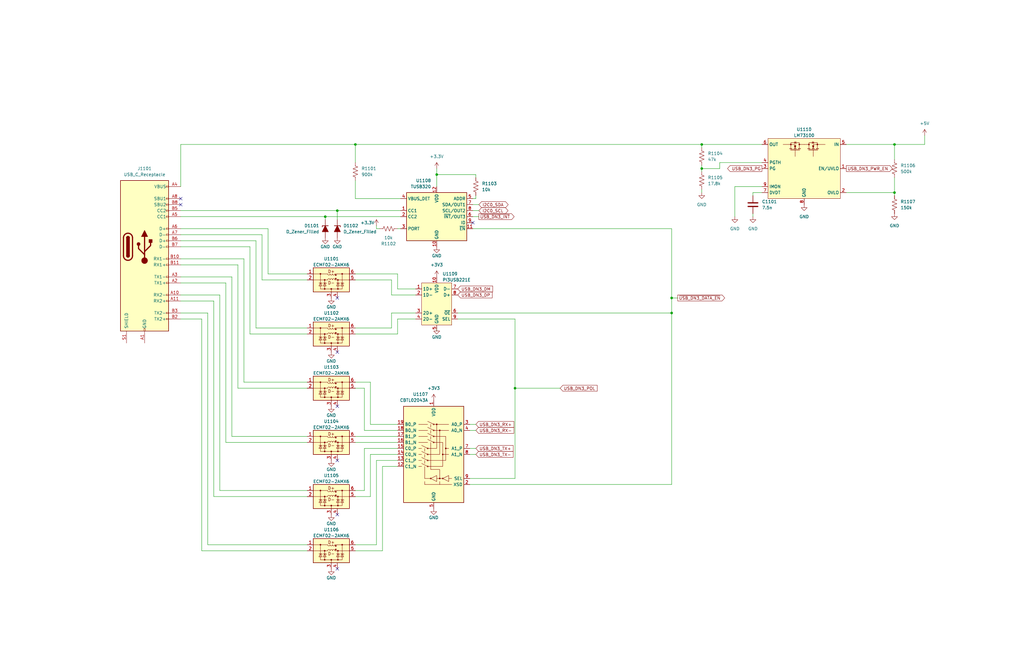
<source format=kicad_sch>
(kicad_sch (version 20230121) (generator eeschema)
  (paper "USLedger")
  (title_block (title "ErgoDUE") (date "2024-01-15") (rev "V0.1") (company "Alessandro Rizzoni") (comment 1 "SCHEMATIC") (comment 2 "DRAFT") (comment 3 "AIR"))
  (lib_symbols
    (symbol "Analog_Switch:CBTL02043A"
      (property "Reference" "U" (at -12.7 21.59 0))
      (property "Value" "CBTL02043A" (at 6.35 21.59 0))
      (symbol "CBTL02043A_0_1"
        (rectangle (start -12.7 20.32) (end 12.7 -20.32) (stroke (width 0.254)) (fill (type background)))
        (circle (center -5.08 2.54) (radius 0.254) (fill (type outline)))
        (circle (center -3.81 0) (radius 0.254) (fill (type outline)))
        (circle (center -2.54 10.16) (radius 0.254) (fill (type outline)))
        (circle (center -1.27 12.7) (radius 0.254) (fill (type outline)))
        (polyline (pts (xy -7.62 -10.16) (xy -6.35 -10.16)))
        (polyline (pts (xy -7.62 -12.7) (xy -2.54 -12.7) (xy -2.54 -11.43)))
        (polyline (pts (xy -2.54 -12.7) (xy 3.81 -12.7) (xy 3.81 -11.43)))
        (polyline (pts (xy 1.27 -10.16) (xy -1.27 -8.89) (xy -1.27 -11.43) (xy 1.27 -10.16)))
        (polyline (pts (xy 5.08 -3.81) (xy 2.54 -5.08) (xy -3.81 -5.08) (xy -3.81 0)))
        (polyline (pts (xy 5.08 -1.27) (xy 2.54 -2.54) (xy -5.08 -2.54) (xy -5.08 2.54)))
        (polyline (pts (xy 5.08 1.27) (xy 2.54 0) (xy -2.54 0) (xy -2.54 10.16)))
        (polyline (pts (xy 5.08 3.81) (xy 2.54 2.54) (xy -1.27 2.54) (xy -1.27 12.7)))
      )
      (symbol "CBTL02043A_1_1"
        (circle (center -3.81 -10.16) (radius 0.254))
        (circle (center -2.54 -10.16) (radius 0.254) (fill (type outline)))
        (polyline (pts (xy -2.54 -10.16) (xy -1.27 -10.16)))
        (polyline (pts (xy 1.27 5.08) (xy 1.27 3.81)))
        (polyline (pts (xy 1.27 7.62) (xy 1.27 6.35)))
        (polyline (pts (xy 1.27 10.16) (xy 1.27 8.89)))
        (polyline (pts (xy 1.27 12.7) (xy 1.27 11.43)))
        (polyline (pts (xy 3.81 -3.81) (xy 3.81 -2.54)))
        (polyline (pts (xy 3.81 -1.27) (xy 3.81 0)))
        (polyline (pts (xy 3.81 1.27) (xy 3.81 2.54)))
        (polyline (pts (xy 6.35 -5.08) (xy 5.08 -5.08)))
        (polyline (pts (xy 6.35 -2.54) (xy 5.08 -2.54)))
        (polyline (pts (xy 6.35 0) (xy 5.08 0)))
        (polyline (pts (xy 6.35 2.54) (xy 5.08 2.54)))
        (polyline (pts (xy 6.35 5.08) (xy 2.54 5.08)))
        (polyline (pts (xy 6.35 7.62) (xy 2.54 7.62)))
        (polyline (pts (xy 6.35 10.16) (xy 2.54 10.16)))
        (polyline (pts (xy 6.35 12.7) (xy 2.54 12.7)))
        (polyline (pts (xy -6.35 10.16) (xy 0 10.16) (xy 2.54 11.43)))
        (polyline (pts (xy -6.35 12.7) (xy 0 12.7) (xy 2.54 13.97)))
        (polyline (pts (xy 1.27 -10.16) (xy 3.81 -10.16) (xy 3.81 -5.08)))
        (polyline (pts (xy -3.81 -10.16) (xy -6.35 -8.89) (xy -6.35 -11.43) (xy -3.81 -10.16)))
        (polyline (pts (xy -6.35 0) (xy -3.81 0) (xy -3.81 5.08) (xy 0 5.08) (xy 2.54 6.35)))
        (polyline (pts (xy -6.35 2.54) (xy -5.08 2.54) (xy -5.08 7.62) (xy 0 7.62) (xy 2.54 8.89)))
        (polyline (pts (xy 1.27 3.81) (xy 1.27 -6.35) (xy -2.54 -6.35) (xy -2.54 -10.16) (xy -3.81 -10.16)))
        (circle (center 0 5.08) (radius 0.254))
        (circle (center 0 7.62) (radius 0.254))
        (circle (center 0 10.16) (radius 0.254))
        (circle (center 0 12.7) (radius 0.254))
        (circle (center 1.27 -10.16) (radius 0.254))
        (circle (center 2.54 -5.08) (radius 0.254))
        (circle (center 2.54 -2.54) (radius 0.254))
        (circle (center 2.54 0) (radius 0.254))
        (circle (center 2.54 2.54) (radius 0.254))
        (pin power_in line (at 0 22.86 270) (length 2.54) (name "VDD") (number "1"))
        (pin passive line (at 0 22.86 270) (length 2.54) hide (name "VDD") (number "10"))
        (pin passive line (at 0 -22.86 90) (length 2.54) hide (name "GND") (number "11"))
        (pin passive line (at 15.24 -5.08 180) (length 2.54) (name "C1_N") (number "12"))
        (pin passive line (at 15.24 -2.54 180) (length 2.54) (name "C1_P") (number "13"))
        (pin passive line (at 15.24 0 180) (length 2.54) (name "C0_N") (number "14"))
        (pin passive line (at 15.24 2.54 180) (length 2.54) (name "C0_P") (number "15"))
        (pin passive line (at 15.24 5.08 180) (length 2.54) (name "B1_N") (number "16"))
        (pin passive line (at 15.24 7.62 180) (length 2.54) (name "B1_P") (number "17"))
        (pin passive line (at 15.24 10.16 180) (length 2.54) (name "B0_N") (number "18"))
        (pin passive line (at 15.24 12.7 180) (length 2.54) (name "B0_P") (number "19"))
        (pin input line (at -15.24 -12.7 0) (length 2.54) (name "XSD") (number "2"))
        (pin passive line (at 0 -22.86 90) (length 2.54) hide (name "GND") (number "20"))
        (pin passive line (at 0 -22.86 90) (length 2.54) hide (name "GND") (number "21"))
        (pin passive line (at -15.24 12.7 0) (length 2.54) (name "A0_P") (number "3"))
        (pin passive line (at -15.24 10.16 0) (length 2.54) (name "A0_N") (number "4"))
        (pin power_in line (at 0 -22.86 90) (length 2.54) (name "GND") (number "5"))
        (pin passive line (at 0 22.86 270) (length 2.54) hide (name "VDD") (number "6"))
        (pin passive line (at -15.24 2.54 0) (length 2.54) (name "A1_P") (number "7"))
        (pin passive line (at -15.24 0 0) (length 2.54) (name "A1_N") (number "8"))
        (pin input line (at -15.24 -10.16 0) (length 2.54) (name "SEL") (number "9"))
      )
    )
    (symbol "Device:C" (pin_numbers hide) (pin_names (offset 0.254))
      (property "Reference" "C" (at 0.635 2.54 0))
      (property "Value" "C" (at 0.635 -2.54 0))
      (symbol "C_0_1"
        (polyline (pts (xy -2.032 -0.762) (xy 2.032 -0.762)) (stroke (width 0.508)))
        (polyline (pts (xy -2.032 0.762) (xy 2.032 0.762)) (stroke (width 0.508)))
      )
      (symbol "C_1_1"
        (pin passive line (at 0 3.81 270) (length 2.794) (name "~") (number "1"))
        (pin passive line (at 0 -3.81 90) (length 2.794) (name "~") (number "2"))
      )
    )
    (symbol "Device:D_Zener_Filled" (pin_numbers hide) (pin_names (offset 1.016) hide)
      (property "Reference" "D" (at 0 2.54 0))
      (property "Value" "D_Zener_Filled" (at 0 -2.54 0))
      (symbol "D_Zener_Filled_0_1"
        (polyline (pts (xy 1.27 0) (xy -1.27 0)))
        (polyline (pts (xy -1.27 -1.27) (xy -1.27 1.27) (xy -0.762 1.27)) (stroke (width 0.254)))
        (polyline (pts (xy 1.27 -1.27) (xy 1.27 1.27) (xy -1.27 0) (xy 1.27 -1.27)) (stroke (width 0.254)) (fill (type outline)))
      )
      (symbol "D_Zener_Filled_1_1"
        (pin passive line (at -3.81 0 0) (length 2.54) (name "K") (number "1"))
        (pin passive line (at 3.81 0 180) (length 2.54) (name "A") (number "2"))
      )
    )
    (symbol "Device:R_US" (pin_numbers hide) (pin_names (offset 0))
      (property "Reference" "R" (at 2.54 0 90))
      (property "Value" "R_US" (at -2.54 0 90))
      (symbol "R_US_0_1"
        (polyline (pts (xy 0 -2.286) (xy 0 -2.54)))
        (polyline (pts (xy 0 2.286) (xy 0 2.54)))
        (polyline (pts (xy 0 -0.762) (xy 1.016 -1.143) (xy 0 -1.524) (xy -1.016 -1.905) (xy 0 -2.286)))
        (polyline (pts (xy 0 0.762) (xy 1.016 0.381) (xy 0 0) (xy -1.016 -0.381) (xy 0 -0.762)))
        (polyline (pts (xy 0 2.286) (xy 1.016 1.905) (xy 0 1.524) (xy -1.016 1.143) (xy 0 0.762)))
      )
      (symbol "R_US_1_1"
        (pin passive line (at 0 3.81 270) (length 1.27) (name "~") (number "1"))
        (pin passive line (at 0 -3.81 90) (length 1.27) (name "~") (number "2"))
      )
    )
    (symbol "Interface_USB:TUSB320"
      (property "Reference" "U608" (at 2.373 15.24 0))
      (property "Value" "TUSB320" (at 2.373 12.7 0))
      (symbol "TUSB320_0_1"
        (rectangle (start -12.7 10.16) (end 12.7 -10.16) (stroke (width 0.254)) (fill (type background)))
      )
      (symbol "TUSB320_1_1"
        (pin bidirectional line (at 15.24 2.54 180) (length 2.54) (name "CC1") (number "1"))
        (pin power_in line (at 0 -12.7 90) (length 2.54) (name "GND") (number "10"))
        (pin input line (at -15.24 -5.08 0) (length 2.54) (name "~{EN}") (number "11"))
        (pin power_in line (at 0 12.7 270) (length 2.54) (name "VDD") (number "12"))
        (pin bidirectional line (at 15.24 0 180) (length 2.54) (name "CC2") (number "2"))
        (pin input line (at 15.24 -5.08 180) (length 2.54) (name "PORT") (number "3"))
        (pin input line (at 15.24 7.62 180) (length 2.54) (name "VBUS_DET") (number "4"))
        (pin input line (at -15.24 7.62 0) (length 2.54) (name "ADDR") (number "5"))
        (pin open_collector line (at -15.24 0 0) (length 2.54) (name "~{INT}/OUT3") (number "6"))
        (pin bidirectional line (at -15.24 5.08 0) (length 2.54) (name "SDA/OUT1") (number "7"))
        (pin bidirectional line (at -15.24 2.54 0) (length 2.54) (name "SCL/OUT2") (number "8"))
        (pin open_collector line (at -15.24 -2.54 0) (length 2.54) (name "ID") (number "9"))
      )
    )
    (symbol "Library:DIODES_PI3USB221E"
      (property "Reference" "U" (at 1.27 10.16 0))
      (property "Value" "PI3USB221E" (at 1.27 7.62 0))
      (symbol "DIODES_PI3USB221E_0_0"
        (pin bidirectional line (at -8.89 3.81 0) (length 2.54) (name "1D+") (number "1"))
        (pin power_in line (at 0 8.89 270) (length 2.54) (name "VDD") (number "10"))
        (pin bidirectional line (at -8.89 1.27 0) (length 2.54) (name "1D-") (number "2"))
        (pin bidirectional line (at -8.89 -6.35 0) (length 2.54) (name "2D+") (number "3"))
        (pin bidirectional line (at -8.89 -8.89 0) (length 2.54) (name "2D-") (number "4"))
        (pin power_in line (at 0 -13.97 90) (length 2.54) (name "GND") (number "5"))
        (pin input line (at 8.89 -6.35 180) (length 2.54) (name "~{OE}") (number "6"))
        (pin bidirectional line (at 8.89 3.81 180) (length 2.54) (name "D-") (number "7"))
        (pin bidirectional line (at 8.89 1.27 180) (length 2.54) (name "D+") (number "8"))
        (pin input line (at 8.89 -8.89 180) (length 2.54) (name "SEL") (number "9"))
      )
      (symbol "DIODES_PI3USB221E_1_1"
        (rectangle (start -6.35 6.35) (end 6.35 -11.43) (fill (type background)))
      )
    )
    (symbol "Library:TI_LM73100"
      (property "Reference" "U" (at 0 16.51 0))
      (property "Value" "LM73100" (at 0 13.97 0))
      (symbol "TI_LM73100_0_0"
        (pin input line (at -17.78 0 0) (length 2.54) (name "EN/UVLO") (number "1"))
        (pin power_in line (at -17.78 10.16 0) (length 2.54) (name "IN") (number "5"))
        (pin power_out line (at 17.78 10.16 180) (length 2.54) (name "OUT") (number "6"))
        (pin power_in line (at 0 -15.24 90) (length 2.54) (name "GND") (number "8"))
      )
      (symbol "TI_LM73100_0_1"
        (circle (center -5.588 10.16) (radius 0.254) (fill (type outline)))
        (circle (center -2.032 10.16) (radius 0.254) (fill (type outline)))
        (polyline (pts (xy -5.08 8.382) (xy -6.096 8.382)) (stroke (width 0.254)))
        (polyline (pts (xy -3.81 7.874) (xy -3.81 5.08)))
        (polyline (pts (xy -3.302 8.382) (xy -4.318 8.382)) (stroke (width 0.254)))
        (polyline (pts (xy -1.905 7.874) (xy -5.715 7.874)) (stroke (width 0.254)))
        (polyline (pts (xy -1.524 8.382) (xy -2.54 8.382)) (stroke (width 0.254)))
        (polyline (pts (xy 0 10.16) (xy -2.032 10.16)))
        (polyline (pts (xy 0 10.16) (xy 2.032 10.16)))
        (polyline (pts (xy 1.524 8.382) (xy 2.54 8.382)) (stroke (width 0.254)))
        (polyline (pts (xy 1.905 7.874) (xy 5.715 7.874)) (stroke (width 0.254)))
        (polyline (pts (xy 3.302 8.382) (xy 4.318 8.382)) (stroke (width 0.254)))
        (polyline (pts (xy 3.81 7.874) (xy 3.81 5.08)))
        (polyline (pts (xy 5.08 8.382) (xy 6.096 8.382)) (stroke (width 0.254)))
        (polyline (pts (xy -8.89 10.16) (xy -3.81 10.16) (xy -3.81 8.382)))
        (polyline (pts (xy 8.89 10.16) (xy 3.81 10.16) (xy 3.81 8.382)))
        (polyline (pts (xy -5.588 8.382) (xy -5.588 10.922) (xy -2.032 10.922) (xy -2.032 8.382)))
        (polyline (pts (xy -3.81 8.636) (xy -3.429 9.652) (xy -4.191 9.652) (xy -3.81 8.636)) (fill (type outline)))
        (polyline (pts (xy -3.429 10.922) (xy -4.064 10.541) (xy -4.064 11.303) (xy -3.429 10.922)))
        (polyline (pts (xy -3.302 10.414) (xy -3.429 10.541) (xy -3.429 11.303) (xy -3.556 11.43)))
        (polyline (pts (xy 3.302 10.414) (xy 3.429 10.541) (xy 3.429 11.303) (xy 3.556 11.43)))
        (polyline (pts (xy 3.429 10.922) (xy 4.064 10.541) (xy 4.064 11.303) (xy 3.429 10.922)))
        (polyline (pts (xy 3.81 8.636) (xy 3.429 9.652) (xy 4.191 9.652) (xy 3.81 8.636)) (fill (type outline)))
        (polyline (pts (xy 5.588 8.382) (xy 5.588 10.922) (xy 2.032 10.922) (xy 2.032 8.382)))
        (circle (center 2.032 10.16) (radius 0.254) (fill (type outline)))
        (circle (center 5.588 10.16) (radius 0.254) (fill (type outline)))
      )
      (symbol "TI_LM73100_1_0"
        (pin no_connect line (at 8.89 -15.24 90) (length 2.54) hide (name "NC") (number "10"))
        (pin input line (at -17.78 -10.16 0) (length 2.54) (name "OVLO") (number "2"))
        (pin input line (at 17.78 0 180) (length 2.54) (name "PG") (number "3"))
        (pin input line (at 17.78 2.54 180) (length 2.54) (name "PGTH") (number "4"))
        (pin input line (at 17.78 -10.16 180) (length 2.54) (name "DVDT") (number "7"))
        (pin input line (at 17.78 -7.62 180) (length 2.54) (name "IMON") (number "9"))
      )
      (symbol "TI_LM73100_1_1"
        (rectangle (start -15.24 12.7) (end 15.24 -12.7) (fill (type background)))
      )
    )
    (symbol "Power_Protection:ECMF02-2AMX6" (pin_names (offset 0.0254) hide)
      (property "Reference" "U" (at 0 10.16 0))
      (property "Value" "ECMF02-2AMX6" (at 0 7.62 0))
      (symbol "ECMF02-2AMX6_0_1"
        (rectangle (start -7.62 5.08) (end 7.62 -5.08) (stroke (width 0.254)) (fill (type background)))
        (arc (start -1.524 2.5023) (mid -1.016 2.0306) (end -0.508 2.5023))
        (arc (start -0.508 0.0377) (mid -1.016 0.5094) (end -1.524 0.0377))
        (arc (start -0.508 2.5023) (mid 0 2.0306) (end 0.508 2.5023))
        (polyline (pts (xy -7.62 0) (xy -1.524 0)))
        (polyline (pts (xy -7.62 2.54) (xy -1.524 2.54)))
        (polyline (pts (xy -4.572 -3.81) (xy 4.572 -3.81)))
        (polyline (pts (xy -4.572 2.54) (xy -4.572 -3.81)))
        (polyline (pts (xy -2.794 0) (xy -2.794 -3.81)))
        (polyline (pts (xy 0 -5.08) (xy 0 -3.81)))
        (polyline (pts (xy 2.54 0) (xy 1.524 0)))
        (polyline (pts (xy 2.54 0) (xy 7.62 0)))
        (polyline (pts (xy 2.54 2.54) (xy 1.524 2.54)))
        (polyline (pts (xy 2.54 2.54) (xy 7.62 2.54)))
        (polyline (pts (xy 2.794 0) (xy 2.794 -3.81)))
        (polyline (pts (xy 4.572 2.54) (xy 4.572 -3.81)))
        (arc (start 0.508 0.0377) (mid 0 0.5094) (end -0.508 0.0377))
        (arc (start 0.508 2.5023) (mid 1.016 2.0306) (end 1.524 2.5023))
        (arc (start 1.524 0.0377) (mid 1.016 0.5094) (end 0.508 0.0377))
        (text "D+" (at 0 3.556 0) (effects (font (size 1.27 1.27))))
        (text "D-" (at 0 -1.27 0) (effects (font (size 1.27 1.27))))
      )
      (symbol "ECMF02-2AMX6_1_1"
        (circle (center -4.572 2.54) (radius 0.254) (fill (type outline)))
        (circle (center -2.794 -3.81) (radius 0.254) (fill (type outline)))
        (circle (center -2.794 0) (radius 0.254) (fill (type outline)))
        (circle (center 0 -3.81) (radius 0.254) (fill (type outline)))
        (polyline (pts (xy -3.937 -1.651) (xy -3.937 -1.27) (xy -5.207 -1.27)))
        (polyline (pts (xy -2.159 -1.651) (xy -2.159 -1.27) (xy -3.429 -1.27)))
        (polyline (pts (xy 3.429 -1.651) (xy 3.429 -1.27) (xy 2.159 -1.27)))
        (polyline (pts (xy 5.207 -1.651) (xy 5.207 -1.27) (xy 3.937 -1.27)))
        (polyline (pts (xy -5.207 -2.54) (xy -3.937 -2.54) (xy -4.572 -1.27) (xy -5.207 -2.54)))
        (polyline (pts (xy -3.429 -2.54) (xy -2.159 -2.54) (xy -2.794 -1.27) (xy -3.429 -2.54)))
        (polyline (pts (xy 3.429 -2.54) (xy 2.159 -2.54) (xy 2.794 -1.27) (xy 3.429 -2.54)))
        (polyline (pts (xy 5.207 -2.54) (xy 3.937 -2.54) (xy 4.572 -1.27) (xy 5.207 -2.54)))
        (circle (center 1.905 0.508) (radius 0.254) (fill (type outline)))
        (circle (center 1.905 2.032) (radius 0.254) (fill (type outline)))
        (circle (center 2.794 -3.81) (radius 0.254) (fill (type outline)))
        (circle (center 2.794 0) (radius 0.254) (fill (type outline)))
        (circle (center 4.572 2.54) (radius 0.254) (fill (type outline)))
        (pin passive line (at -10.16 2.54 0) (length 2.54) (name "D+_in") (number "1"))
        (pin passive line (at -10.16 0 0) (length 2.54) (name "D-_in") (number "2"))
        (pin power_in line (at 0 -7.62 90) (length 2.54) (name "GND") (number "3"))
        (pin free line (at 2.54 -7.62 90) (length 2.54) (name "NC") (number "4"))
        (pin passive line (at 10.16 0 180) (length 2.54) (name "D-_out") (number "5"))
        (pin passive line (at 10.16 2.54 180) (length 2.54) (name "D+_out") (number "6"))
      )
    )
    (symbol "USB_C_Receptacle_1" (pin_names (offset 1.016))
      (property "Reference" "J501" (at 0 33.02 0))
      (property "Value" "USB_C_Receptacle" (at 0 30.48 0))
      (symbol "USB_C_Receptacle_1_0_0"
        (rectangle (start -0.254 -35.56) (end 0.254 -34.544))
        (rectangle (start 10.16 -30.226) (end 9.144 -30.734))
        (rectangle (start 10.16 -27.686) (end 9.144 -28.194))
        (rectangle (start 10.16 -22.606) (end 9.144 -23.114))
        (rectangle (start 10.16 -20.066) (end 9.144 -20.574))
        (rectangle (start 10.16 -14.986) (end 9.144 -15.494))
        (rectangle (start 10.16 -12.446) (end 9.144 -12.954))
        (rectangle (start 10.16 -7.366) (end 9.144 -7.874))
        (rectangle (start 10.16 -4.826) (end 9.144 -5.334))
        (rectangle (start 10.16 0.254) (end 9.144 -0.254))
        (rectangle (start 10.16 2.794) (end 9.144 2.286))
        (rectangle (start 10.16 5.334) (end 9.144 4.826))
        (rectangle (start 10.16 7.874) (end 9.144 7.366))
        (rectangle (start 10.16 12.954) (end 9.144 12.446))
        (rectangle (start 10.16 15.494) (end 9.144 14.986))
        (rectangle (start 10.16 18.034) (end 9.144 17.526))
        (rectangle (start 10.16 20.574) (end 9.144 20.066))
        (rectangle (start 10.16 25.654) (end 9.144 25.146))
      )
      (symbol "USB_C_Receptacle_1_0_1"
        (rectangle (start -10.16 27.94) (end 10.16 -35.56) (stroke (width 0.254)) (fill (type background)))
        (arc (start -8.89 -3.81) (mid -6.985 -5.7067) (end -5.08 -3.81) (stroke (width 0.508)))
        (arc (start -7.62 -3.81) (mid -6.985 -4.4423) (end -6.35 -3.81) (stroke (width 0.254)))
        (arc (start -7.62 -3.81) (mid -6.985 -4.4423) (end -6.35 -3.81) (stroke (width 0.254)) (fill (type outline)))
        (rectangle (start -7.62 -3.81) (end -6.35 3.81) (stroke (width 0.254)) (fill (type outline)))
        (arc (start -6.35 3.81) (mid -6.985 4.4423) (end -7.62 3.81) (stroke (width 0.254)))
        (arc (start -6.35 3.81) (mid -6.985 4.4423) (end -7.62 3.81) (stroke (width 0.254)) (fill (type outline)))
        (arc (start -5.08 3.81) (mid -6.985 5.7067) (end -8.89 3.81) (stroke (width 0.508)))
        (polyline (pts (xy -8.89 -3.81) (xy -8.89 3.81)) (stroke (width 0.508)))
        (polyline (pts (xy -5.08 3.81) (xy -5.08 -3.81)) (stroke (width 0.508)))
      )
      (symbol "USB_C_Receptacle_1_1_1"
        (circle (center -2.54 1.143) (radius 0.635) (stroke (width 0.254)) (fill (type outline)))
        (circle (center 0 -5.842) (radius 1.27) (fill (type outline)))
        (polyline (pts (xy 0 -5.842) (xy 0 4.318)) (stroke (width 0.508)))
        (polyline (pts (xy 0 -3.302) (xy -2.54 -0.762) (xy -2.54 0.508)) (stroke (width 0.508)))
        (polyline (pts (xy 0 -2.032) (xy 2.54 0.508) (xy 2.54 1.778)) (stroke (width 0.508)))
        (polyline (pts (xy -1.27 4.318) (xy 0 6.858) (xy 1.27 4.318) (xy -1.27 4.318)) (stroke (width 0.254)) (fill (type outline)))
        (rectangle (start 1.905 1.778) (end 3.175 3.048) (stroke (width 0.254)) (fill (type outline)))
        (pin passive line (at 0 -40.64 90) (length 5.08) (name "GND") (number "A1"))
        (pin bidirectional line (at 15.24 -20.32 180) (length 5.08) (name "RX2-") (number "A10"))
        (pin bidirectional line (at 15.24 -22.86 180) (length 5.08) (name "RX2+") (number "A11"))
        (pin passive line (at 0 -40.64 90) (length 5.08) hide (name "GND") (number "A12"))
        (pin bidirectional line (at 15.24 -15.24 180) (length 5.08) (name "TX1+") (number "A2"))
        (pin bidirectional line (at 15.24 -12.7 180) (length 5.08) (name "TX1-") (number "A3"))
        (pin passive line (at 15.24 25.4 180) (length 5.08) (name "VBUS") (number "A4"))
        (pin bidirectional line (at 15.24 12.7 180) (length 5.08) (name "CC1") (number "A5"))
        (pin bidirectional line (at 15.24 7.62 180) (length 5.08) (name "D+") (number "A6"))
        (pin bidirectional line (at 15.24 5.08 180) (length 5.08) (name "D-") (number "A7"))
        (pin bidirectional line (at 15.24 20.32 180) (length 5.08) (name "SBU1") (number "A8"))
        (pin passive line (at 15.24 25.4 180) (length 5.08) hide (name "VBUS") (number "A9"))
        (pin passive line (at 0 -40.64 90) (length 5.08) hide (name "GND") (number "B1"))
        (pin bidirectional line (at 15.24 -5.08 180) (length 5.08) (name "RX1-") (number "B10"))
        (pin bidirectional line (at 15.24 -7.62 180) (length 5.08) (name "RX1+") (number "B11"))
        (pin passive line (at 0 -40.64 90) (length 5.08) hide (name "GND") (number "B12"))
        (pin bidirectional line (at 15.24 -30.48 180) (length 5.08) (name "TX2+") (number "B2"))
        (pin bidirectional line (at 15.24 -27.94 180) (length 5.08) (name "TX2-") (number "B3"))
        (pin passive line (at 15.24 25.4 180) (length 5.08) hide (name "VBUS") (number "B4"))
        (pin bidirectional line (at 15.24 15.24 180) (length 5.08) (name "CC2") (number "B5"))
        (pin bidirectional line (at 15.24 2.54 180) (length 5.08) (name "D+") (number "B6"))
        (pin bidirectional line (at 15.24 0 180) (length 5.08) (name "D-") (number "B7"))
        (pin bidirectional line (at 15.24 17.78 180) (length 5.08) (name "SBU2") (number "B8"))
        (pin passive line (at 15.24 25.4 180) (length 5.08) hide (name "VBUS") (number "B9"))
        (pin passive line (at -7.62 -40.64 90) (length 5.08) (name "SHIELD") (number "S1"))
      )
    )
    (symbol "power:+3.3V" (power) (pin_names (offset 0))
      (property "Value" "+3.3V" (at 0 3.556 0))
      (symbol "+3.3V_0_1"
        (polyline (pts (xy -0.762 1.27) (xy 0 2.54)))
        (polyline (pts (xy 0 0) (xy 0 2.54)))
        (polyline (pts (xy 0 2.54) (xy 0.762 1.27)))
      )
      (symbol "+3.3V_1_1"
        (pin power_in line (at 0 0 90) (length 0) hide (name "+3.3V") (number "1"))
      )
    )
    (symbol "power:+3V3" (power) (pin_names (offset 0))
      (property "Value" "+3V3" (at 0 3.556 0))
      (symbol "+3V3_0_1"
        (polyline (pts (xy -0.762 1.27) (xy 0 2.54)))
        (polyline (pts (xy 0 0) (xy 0 2.54)))
        (polyline (pts (xy 0 2.54) (xy 0.762 1.27)))
      )
      (symbol "+3V3_1_1"
        (pin power_in line (at 0 0 90) (length 0) hide (name "+3V3") (number "1"))
      )
    )
    (symbol "power:+5V" (power) (pin_names (offset 0))
      (property "Value" "+5V" (at 0 3.556 0))
      (symbol "+5V_0_1"
        (polyline (pts (xy -0.762 1.27) (xy 0 2.54)))
        (polyline (pts (xy 0 0) (xy 0 2.54)))
        (polyline (pts (xy 0 2.54) (xy 0.762 1.27)))
      )
      (symbol "+5V_1_1"
        (pin power_in line (at 0 0 90) (length 0) hide (name "+5V") (number "1"))
      )
    )
    (symbol "power:GND" (power) (pin_names (offset 0))
      (property "Value" "GND" (at 0 -3.81 0))
      (symbol "GND_0_1"
        (polyline (pts (xy 0 0) (xy 0 -1.27) (xy 1.27 -1.27) (xy 0 -2.54) (xy -1.27 -1.27) (xy 0 -1.27)))
      )
      (symbol "GND_1_1"
        (pin power_in line (at 0 0 270) (length 0) hide (name "GND") (number "1"))
      )
    )
  )
  (junction (at 217.17 163.83))
  (junction (at 283.21 132.08))
  (junction (at 295.91 71.12))
  (junction (at 137.16 91.44))
  (junction (at 142.24 88.9))
  (junction (at 295.91 60.96))
  (junction (at 377.19 81.28))
  (junction (at 377.19 60.96))
  (junction (at 283.21 125.73))
  (junction (at 184.15 73.66))
  (junction (at 149.86 60.96))
  (no_connect (at 142.24 194.31))
  (no_connect (at 142.24 125.73))
  (no_connect (at 142.24 148.59))
  (no_connect (at 76.2 83.82))
  (no_connect (at 142.24 217.17))
  (no_connect (at 142.24 171.45))
  (no_connect (at 76.2 86.36))
  (no_connect (at 142.24 240.03))
  (no_connect (at 199.39 93.98))
  (wire (pts (xy 165.1 124.46) (xy 165.1 118.11)))
  (wire (pts (xy 87.63 132.08) (xy 87.63 229.87)))
  (wire (pts (xy 168.91 83.82) (xy 149.86 83.82)))
  (wire (pts (xy 200.66 189.23) (xy 198.12 189.23)))
  (wire (pts (xy 149.86 115.57) (xy 167.64 115.57)))
  (wire (pts (xy 167.64 194.31) (xy 158.75 194.31)))
  (wire (pts (xy 167.64 179.07) (xy 156.21 179.07)))
  (wire (pts (xy 317.5 81.28) (xy 317.5 82.55)))
  (wire (pts (xy 137.16 91.44) (xy 168.91 91.44)))
  (wire (pts (xy 295.91 60.96) (xy 295.91 62.23)))
  (wire (pts (xy 85.09 134.62) (xy 76.2 134.62)))
  (wire (pts (xy 153.67 189.23) (xy 167.64 189.23)))
  (wire (pts (xy 149.86 163.83) (xy 153.67 163.83)))
  (wire (pts (xy 303.53 68.58) (xy 321.31 68.58)))
  (wire (pts (xy 156.21 179.07) (xy 156.21 161.29)))
  (wire (pts (xy 85.09 232.41) (xy 85.09 134.62)))
  (wire (pts (xy 129.54 118.11) (xy 110.49 118.11)))
  (wire (pts (xy 184.15 139.7) (xy 184.15 138.43)))
  (wire (pts (xy 97.79 184.15) (xy 129.54 184.15)))
  (wire (pts (xy 199.39 88.9) (xy 201.93 88.9)))
  (wire (pts (xy 167.64 140.97) (xy 149.86 140.97)))
  (wire (pts (xy 149.86 60.96) (xy 149.86 68.58)))
  (wire (pts (xy 199.39 86.36) (xy 201.93 86.36)))
  (wire (pts (xy 158.75 229.87) (xy 149.86 229.87)))
  (wire (pts (xy 167.64 121.92) (xy 175.26 121.92)))
  (wire (pts (xy 321.31 78.74) (xy 309.88 78.74)))
  (wire (pts (xy 129.54 232.41) (xy 85.09 232.41)))
  (wire (pts (xy 76.2 101.6) (xy 107.95 101.6)))
  (wire (pts (xy 158.75 194.31) (xy 158.75 229.87)))
  (wire (pts (xy 200.66 191.77) (xy 198.12 191.77)))
  (wire (pts (xy 167.64 115.57) (xy 167.64 121.92)))
  (wire (pts (xy 153.67 181.61) (xy 167.64 181.61)))
  (wire (pts (xy 90.17 127) (xy 76.2 127)))
  (wire (pts (xy 295.91 60.96) (xy 321.31 60.96)))
  (wire (pts (xy 149.86 138.43) (xy 165.1 138.43)))
  (wire (pts (xy 175.26 124.46) (xy 165.1 124.46)))
  (wire (pts (xy 110.49 99.06) (xy 76.2 99.06)))
  (wire (pts (xy 321.31 81.28) (xy 317.5 81.28)))
  (wire (pts (xy 76.2 132.08) (xy 87.63 132.08)))
  (wire (pts (xy 165.1 138.43) (xy 165.1 132.08)))
  (wire (pts (xy 156.21 161.29) (xy 149.86 161.29)))
  (wire (pts (xy 175.26 134.62) (xy 167.64 134.62)))
  (wire (pts (xy 158.75 95.25) (xy 158.75 96.52)))
  (wire (pts (xy 158.75 96.52) (xy 160.02 96.52)))
  (wire (pts (xy 76.2 124.46) (xy 92.71 124.46)))
  (wire (pts (xy 217.17 163.83) (xy 217.17 201.93)))
  (wire (pts (xy 283.21 125.73) (xy 285.75 125.73)))
  (wire (pts (xy 129.54 140.97) (xy 105.41 140.97)))
  (wire (pts (xy 199.39 96.52) (xy 283.21 96.52)))
  (wire (pts (xy 92.71 124.46) (xy 92.71 207.01)))
  (wire (pts (xy 295.91 69.85) (xy 295.91 71.12)))
  (wire (pts (xy 199.39 83.82) (xy 200.66 83.82)))
  (wire (pts (xy 217.17 134.62) (xy 193.04 134.62)))
  (wire (pts (xy 95.25 119.38) (xy 76.2 119.38)))
  (wire (pts (xy 149.86 184.15) (xy 167.64 184.15)))
  (wire (pts (xy 129.54 163.83) (xy 100.33 163.83)))
  (wire (pts (xy 198.12 201.93) (xy 217.17 201.93)))
  (wire (pts (xy 161.29 196.85) (xy 167.64 196.85)))
  (wire (pts (xy 129.54 186.69) (xy 95.25 186.69)))
  (wire (pts (xy 90.17 209.55) (xy 90.17 127)))
  (wire (pts (xy 377.19 60.96) (xy 389.89 60.96)))
  (wire (pts (xy 283.21 96.52) (xy 283.21 125.73)))
  (wire (pts (xy 95.25 186.69) (xy 95.25 119.38)))
  (wire (pts (xy 295.91 80.01) (xy 295.91 81.28)))
  (wire (pts (xy 100.33 111.76) (xy 76.2 111.76)))
  (wire (pts (xy 142.24 88.9) (xy 142.24 92.71)))
  (wire (pts (xy 76.2 88.9) (xy 142.24 88.9)))
  (wire (pts (xy 295.91 71.12) (xy 295.91 72.39)))
  (wire (pts (xy 149.86 76.2) (xy 149.86 83.82)))
  (wire (pts (xy 283.21 132.08) (xy 283.21 204.47)))
  (wire (pts (xy 97.79 116.84) (xy 97.79 184.15)))
  (wire (pts (xy 156.21 209.55) (xy 149.86 209.55)))
  (wire (pts (xy 356.87 81.28) (xy 377.19 81.28)))
  (wire (pts (xy 200.66 83.82) (xy 200.66 82.55)))
  (wire (pts (xy 283.21 204.47) (xy 198.12 204.47)))
  (wire (pts (xy 217.17 163.83) (xy 236.22 163.83)))
  (wire (pts (xy 76.2 109.22) (xy 102.87 109.22)))
  (wire (pts (xy 200.66 179.07) (xy 198.12 179.07)))
  (wire (pts (xy 142.24 88.9) (xy 168.91 88.9)))
  (wire (pts (xy 92.71 207.01) (xy 129.54 207.01)))
  (wire (pts (xy 161.29 232.41) (xy 161.29 196.85)))
  (wire (pts (xy 76.2 60.96) (xy 149.86 60.96)))
  (wire (pts (xy 184.15 71.12) (xy 184.15 73.66)))
  (wire (pts (xy 167.64 191.77) (xy 156.21 191.77)))
  (wire (pts (xy 377.19 81.28) (xy 377.19 82.55)))
  (wire (pts (xy 110.49 118.11) (xy 110.49 99.06)))
  (wire (pts (xy 377.19 60.96) (xy 356.87 60.96)))
  (wire (pts (xy 200.66 74.93) (xy 200.66 73.66)))
  (wire (pts (xy 107.95 101.6) (xy 107.95 138.43)))
  (wire (pts (xy 76.2 116.84) (xy 97.79 116.84)))
  (wire (pts (xy 149.86 186.69) (xy 167.64 186.69)))
  (wire (pts (xy 153.67 163.83) (xy 153.67 181.61)))
  (wire (pts (xy 87.63 229.87) (xy 129.54 229.87)))
  (wire (pts (xy 165.1 118.11) (xy 149.86 118.11)))
  (wire (pts (xy 389.89 57.15) (xy 389.89 60.96)))
  (wire (pts (xy 105.41 140.97) (xy 105.41 104.14)))
  (wire (pts (xy 303.53 71.12) (xy 303.53 68.58)))
  (wire (pts (xy 107.95 138.43) (xy 129.54 138.43)))
  (wire (pts (xy 137.16 92.71) (xy 137.16 91.44)))
  (wire (pts (xy 113.03 96.52) (xy 113.03 115.57)))
  (wire (pts (xy 129.54 209.55) (xy 90.17 209.55)))
  (wire (pts (xy 76.2 96.52) (xy 113.03 96.52)))
  (wire (pts (xy 200.66 73.66) (xy 184.15 73.66)))
  (wire (pts (xy 317.5 90.17) (xy 317.5 91.44)))
  (wire (pts (xy 149.86 60.96) (xy 295.91 60.96)))
  (wire (pts (xy 193.04 132.08) (xy 283.21 132.08)))
  (wire (pts (xy 149.86 207.01) (xy 153.67 207.01)))
  (wire (pts (xy 217.17 134.62) (xy 217.17 163.83)))
  (wire (pts (xy 149.86 232.41) (xy 161.29 232.41)))
  (wire (pts (xy 309.88 78.74) (xy 309.88 91.44)))
  (wire (pts (xy 167.64 134.62) (xy 167.64 140.97)))
  (wire (pts (xy 184.15 73.66) (xy 184.15 78.74)))
  (wire (pts (xy 76.2 60.96) (xy 76.2 78.74)))
  (wire (pts (xy 283.21 125.73) (xy 283.21 132.08)))
  (wire (pts (xy 100.33 163.83) (xy 100.33 111.76)))
  (wire (pts (xy 200.66 181.61) (xy 198.12 181.61)))
  (wire (pts (xy 153.67 207.01) (xy 153.67 189.23)))
  (wire (pts (xy 113.03 115.57) (xy 129.54 115.57)))
  (wire (pts (xy 156.21 191.77) (xy 156.21 209.55)))
  (wire (pts (xy 165.1 132.08) (xy 175.26 132.08)))
  (wire (pts (xy 201.93 91.44) (xy 199.39 91.44)))
  (wire (pts (xy 76.2 91.44) (xy 137.16 91.44)))
  (wire (pts (xy 377.19 74.93) (xy 377.19 81.28)))
  (wire (pts (xy 377.19 60.96) (xy 377.19 67.31)))
  (wire (pts (xy 102.87 161.29) (xy 129.54 161.29)))
  (wire (pts (xy 105.41 104.14) (xy 76.2 104.14)))
  (wire (pts (xy 102.87 109.22) (xy 102.87 161.29)))
  (wire (pts (xy 167.64 96.52) (xy 168.91 96.52)))
  (wire (pts (xy 295.91 71.12) (xy 303.53 71.12)))
  (global_label "~{USB_DN3_DATA_EN}" (shape output) (at 285.75 125.73 0) (property "Intersheetrefs" "${INTERSHEET_REFS}" (effects hide)))
  (global_label "USB_DN3_DP" (shape input) (at 193.04 124.46 0) (property "Intersheetrefs" "${INTERSHEET_REFS}" (effects hide)))
  (global_label "USB_DN3_TX+" (shape input) (at 200.66 189.23 0) (property "Intersheetrefs" "${INTERSHEET_REFS}" (effects hide)))
  (global_label "I2C0_SDA" (shape bidirectional) (at 201.93 86.36 0) (property "Intersheetrefs" "${INTERSHEET_REFS}" (effects hide)))
  (global_label "I2C0_SCL" (shape bidirectional) (at 201.93 88.9 0) (property "Intersheetrefs" "${INTERSHEET_REFS}" (effects hide)))
  (global_label "USB_DN3_RX+" (shape input) (at 200.66 179.07 0) (property "Intersheetrefs" "${INTERSHEET_REFS}" (effects hide)))
  (global_label "USB_DN3_POL" (shape input) (at 236.22 163.83 0) (property "Intersheetrefs" "${INTERSHEET_REFS}" (effects hide)))
  (global_label "USB_DN3_PWR_EN" (shape output) (at 356.87 71.12 0) (property "Intersheetrefs" "${INTERSHEET_REFS}" (effects hide)))
  (global_label "~{USB_DN3_INT}" (shape output) (at 201.93 91.44 0) (property "Intersheetrefs" "${INTERSHEET_REFS}" (effects hide)))
  (global_label "USB_DN3_DM" (shape input) (at 193.04 121.92 0) (property "Intersheetrefs" "${INTERSHEET_REFS}" (effects hide)))
  (global_label "USB_DN3_TX-" (shape input) (at 200.66 191.77 0) (property "Intersheetrefs" "${INTERSHEET_REFS}" (effects hide)))
  (global_label "USB_DN3_PG" (shape output) (at 321.31 71.12 180) (property "Intersheetrefs" "${INTERSHEET_REFS}" (effects hide)))
  (global_label "USB_DN3_RX-" (shape input) (at 200.66 181.61 0) (property "Intersheetrefs" "${INTERSHEET_REFS}" (effects hide)))
  (symbol (lib_id "Device:D_Zener_Filled") (at 142.24 96.52 270) (unit 1)
    (property "Reference" "D1102" (at 144.78 95.25 90) (effects (justify left)))
    (property "Value" "D_Zener_Filled" (at 144.78 97.79 90) (effects (justify left)))
  )
  (symbol (lib_id "Device:R_US") (at 295.91 76.2 0) (unit 1)
    (property "Reference" "R1105" (at 298.45 74.93 0) (effects (justify left)))
    (property "Value" "17.8k" (at 298.45 77.47 0) (effects (justify left)))
  )
  (symbol (lib_id "Device:C") (at 317.5 86.36 0) (unit 1)
    (property "Reference" "C1101" (at 321.31 85.09 0) (effects (justify left)))
    (property "Value" "7.5n" (at 321.31 87.63 0) (effects (justify left)))
  )
  (symbol (lib_id "power:GND") (at 137.16 100.33 0) (unit 1)
    (property "Reference" "#PWR01101" (effects hide))
    (property "Value" "GND" (at 137.16 104.14 0))
  )
  (symbol (lib_id "power:+3V3") (at 182.88 168.91 0) (unit 1)
    (property "Reference" "#PWR01110" (effects hide))
    (property "Value" "+3V3" (at 182.88 163.83 0))
  )
  (symbol (lib_id "power:GND") (at 317.5 91.44 0) (unit 1)
    (property "Reference" "#PWR01118" (effects hide))
    (property "Value" "GND" (at 317.5 96.52 0))
  )
  (symbol (lib_id "power:GND") (at 339.09 86.36 0) (unit 1)
    (property "Reference" "#PWR01119" (effects hide))
    (property "Value" "GND" (at 339.09 91.44 0))
  )
  (symbol (lib_id "Power_Protection:ECMF02-2AMX6") (at 139.7 186.69 0) (unit 1)
    (property "Reference" "U1104" (at 139.7 177.8 0))
    (property "Value" "ECMF02-2AMX6" (at 139.7 180.34 0))
    (property "Footprint" "Package_DFN_QFN:ST_UQFN-6L_1.5x1.7mm_P0.5mm" (effects hide))
    (property "Datasheet" "https://www.st.com/resource/en/datasheet/ecmf02-2amx6.pdf" (effects hide))
  )
  (symbol (lib_id "Power_Protection:ECMF02-2AMX6") (at 139.7 118.11 0) (unit 1)
    (property "Reference" "U1101" (at 139.7 109.22 0))
    (property "Value" "ECMF02-2AMX6" (at 139.7 111.76 0))
    (property "Footprint" "Package_DFN_QFN:ST_UQFN-6L_1.5x1.7mm_P0.5mm" (effects hide))
    (property "Datasheet" "https://www.st.com/resource/en/datasheet/ecmf02-2amx6.pdf" (effects hide))
  )
  (symbol (lib_id "Power_Protection:ECMF02-2AMX6") (at 139.7 209.55 0) (unit 1)
    (property "Reference" "U1105" (at 139.7 200.66 0))
    (property "Value" "ECMF02-2AMX6" (at 139.7 203.2 0))
    (property "Footprint" "Package_DFN_QFN:ST_UQFN-6L_1.5x1.7mm_P0.5mm" (effects hide))
    (property "Datasheet" "https://www.st.com/resource/en/datasheet/ecmf02-2amx6.pdf" (effects hide))
  )
  (symbol (lib_id "power:GND") (at 139.7 171.45 0) (unit 1)
    (property "Reference" "#PWR01104" (effects hide))
    (property "Value" "GND" (at 139.7 175.26 0))
  )
  (symbol (lib_id "power:GND") (at 139.7 194.31 0) (unit 1)
    (property "Reference" "#PWR01105" (effects hide))
    (property "Value" "GND" (at 139.7 198.12 0))
  )
  (symbol (lib_id "power:GND") (at 139.7 217.17 0) (unit 1)
    (property "Reference" "#PWR01106" (effects hide))
    (property "Value" "GND" (at 139.7 220.98 0))
  )
  (symbol (lib_id "Device:R_US") (at 149.86 72.39 0) (unit 1)
    (property "Reference" "R1101" (at 152.4 71.12 0) (effects (justify left)))
    (property "Value" "900k" (at 152.4 73.66 0) (effects (justify left)))
  )
  (symbol (lib_id "Power_Protection:ECMF02-2AMX6") (at 139.7 163.83 0) (unit 1)
    (property "Reference" "U1103" (at 139.7 154.94 0))
    (property "Value" "ECMF02-2AMX6" (at 139.7 157.48 0))
    (property "Footprint" "Package_DFN_QFN:ST_UQFN-6L_1.5x1.7mm_P0.5mm" (effects hide))
    (property "Datasheet" "https://www.st.com/resource/en/datasheet/ecmf02-2amx6.pdf" (effects hide))
  )
  (symbol (lib_id "power:+3.3V") (at 158.75 95.25 0) (unit 1)
    (property "Reference" "#PWR01109" (effects hide))
    (property "Value" "+3.3V" (at 154.94 93.98 0))
  )
  (symbol (lib_id "power:+3V3") (at 184.15 116.84 0) (unit 1)
    (property "Reference" "#PWR01114" (effects hide))
    (property "Value" "+3V3" (at 184.15 111.76 0))
  )
  (symbol (lib_id "power:GND") (at 184.15 138.43 0) (unit 1)
    (property "Reference" "#PWR01115" (effects hide))
    (property "Value" "GND" (at 184.15 142.24 0))
  )
  (symbol (lib_id "Power_Protection:ECMF02-2AMX6") (at 139.7 232.41 0) (unit 1)
    (property "Reference" "U1106" (at 139.7 223.52 0))
    (property "Value" "ECMF02-2AMX6" (at 139.7 226.06 0))
    (property "Footprint" "Package_DFN_QFN:ST_UQFN-6L_1.5x1.7mm_P0.5mm" (effects hide))
    (property "Datasheet" "https://www.st.com/resource/en/datasheet/ecmf02-2amx6.pdf" (effects hide))
  )
  (symbol (lib_id "power:GND") (at 142.24 100.33 0) (unit 1)
    (property "Reference" "#PWR01108" (effects hide))
    (property "Value" "GND" (at 142.24 104.14 0))
  )
  (symbol (lib_name "USB_C_Receptacle_1") (lib_id "Connector:USB_C_Receptacle") (at 60.96 104.14 0) (unit 1)
    (property "Reference" "J1101" (at 60.96 71.12 0))
    (property "Value" "USB_C_Receptacle" (at 60.96 73.66 0))
    (property "Datasheet" "https://www.usb.org/sites/default/files/documents/usb_type-c.zip" (effects hide))
  )
  (symbol (lib_id "power:GND") (at 139.7 240.03 0) (unit 1)
    (property "Reference" "#PWR01107" (effects hide))
    (property "Value" "GND" (at 139.7 243.84 0))
  )
  (symbol (lib_id "power:GND") (at 139.7 148.59 0) (unit 1)
    (property "Reference" "#PWR01103" (effects hide))
    (property "Value" "GND" (at 139.7 152.4 0))
  )
  (symbol (lib_id "power:+5V") (at 389.89 57.15 0) (unit 1)
    (property "Reference" "#PWR01121" (effects hide))
    (property "Value" "+5V" (at 389.89 52.07 0))
  )
  (symbol (lib_id "Device:R_US") (at 200.66 78.74 0) (unit 1)
    (property "Reference" "R1103" (at 203.2 77.47 0) (effects (justify left)))
    (property "Value" "10k" (at 203.2 80.01 0) (effects (justify left)))
  )
  (symbol (lib_id "Device:R_US") (at 295.91 66.04 0) (unit 1)
    (property "Reference" "R1104" (at 298.45 64.77 0) (effects (justify left)))
    (property "Value" "47k" (at 298.45 67.31 0) (effects (justify left)))
  )
  (symbol (lib_id "Device:R_US") (at 377.19 86.36 0) (unit 1)
    (property "Reference" "R1107" (at 379.73 85.09 0) (effects (justify left)))
    (property "Value" "150k" (at 379.73 87.63 0) (effects (justify left)))
  )
  (symbol (lib_id "Library:TI_LM73100") (at 339.09 71.12 0) (mirror y) (unit 1)
    (property "Reference" "U1110" (at 339.09 54.61 0))
    (property "Value" "LM73100" (at 339.09 57.15 0))
    (property "Datasheet" "https://www.ti.com/lit/ds/symlink/lm7310.pdf" (effects hide))
  )
  (symbol (lib_id "Interface_USB:TUSB320") (at 184.15 91.44 0) (mirror y) (unit 1)
    (property "Reference" "U1108" (at 181.777 76.2 0) (effects (justify left)))
    (property "Value" "TUSB320" (at 181.777 78.74 0) (effects (justify left)))
    (property "Footprint" "Package_DFN_QFN:Texas_X2QFN-12_1.6x1.6mm_P0.4mm" (effects hide))
    (property "Datasheet" "http://www.ti.com/lit/ds/symlink/tusb320.pdf" (effects hide))
  )
  (symbol (lib_id "power:GND") (at 377.19 90.17 0) (unit 1)
    (property "Reference" "#PWR01120" (effects hide))
    (property "Value" "GND" (at 377.19 95.25 0))
  )
  (symbol (lib_id "power:+3.3V") (at 184.15 71.12 0) (unit 1)
    (property "Reference" "#PWR01112" (effects hide))
    (property "Value" "+3.3V" (at 184.15 66.04 0))
  )
  (symbol (lib_id "Analog_Switch:CBTL02043A") (at 182.88 191.77 0) (mirror y) (unit 1)
    (property "Reference" "U1107" (at 180.507 166.37 0) (effects (justify left)))
    (property "Value" "CBTL02043A" (at 180.507 168.91 0) (effects (justify left)))
    (property "Footprint" "Package_DFN_QFN:WQFN-20-1EP_2.5x4.5mm_P0.5mm_EP1x2.9mm" (effects hide))
    (property "Datasheet" "https://www.nxp.com/docs/en/data-sheet/CBTL02043A_CBTL02043B.pdf" (effects hide))
  )
  (symbol (lib_id "power:GND") (at 295.91 81.28 0) (unit 1)
    (property "Reference" "#PWR01116" (effects hide))
    (property "Value" "GND" (at 295.91 86.36 0))
  )
  (symbol (lib_id "Device:D_Zener_Filled") (at 137.16 96.52 90) (mirror x) (unit 1)
    (property "Reference" "D1101" (at 134.62 95.25 90) (effects (justify left)))
    (property "Value" "D_Zener_Filled" (at 134.62 97.79 90) (effects (justify left)))
  )
  (symbol (lib_id "power:GND") (at 309.88 91.44 0) (unit 1)
    (property "Reference" "#PWR01117" (effects hide))
    (property "Value" "GND" (at 309.88 96.52 0))
  )
  (symbol (lib_id "power:GND") (at 184.15 104.14 0) (unit 1)
    (property "Reference" "#PWR01113" (effects hide))
    (property "Value" "GND" (at 184.15 107.95 0))
  )
  (symbol (lib_id "power:GND") (at 139.7 125.73 0) (unit 1)
    (property "Reference" "#PWR01102" (effects hide))
    (property "Value" "GND" (at 139.7 129.54 0))
  )
  (symbol (lib_id "power:GND") (at 182.88 214.63 0) (unit 1)
    (property "Reference" "#PWR01111" (effects hide))
    (property "Value" "GND" (at 182.88 218.44 0))
  )
  (symbol (lib_id "Library:DIODES_PI3USB221E") (at 184.15 125.73 0) (unit 1)
    (property "Reference" "U1109" (at 186.5925 115.57 0) (effects (justify left)))
    (property "Value" "PI3USB221E" (at 186.5925 118.11 0) (effects (justify left)))
  )
  (symbol (lib_id "Power_Protection:ECMF02-2AMX6") (at 139.7 140.97 0) (unit 1)
    (property "Reference" "U1102" (at 139.7 132.08 0))
    (property "Value" "ECMF02-2AMX6" (at 139.7 134.62 0))
    (property "Footprint" "Package_DFN_QFN:ST_UQFN-6L_1.5x1.7mm_P0.5mm" (effects hide))
    (property "Datasheet" "https://www.st.com/resource/en/datasheet/ecmf02-2amx6.pdf" (effects hide))
  )
  (symbol (lib_id "Device:R_US") (at 377.19 71.12 0) (unit 1)
    (property "Reference" "R1106" (at 379.73 69.85 0) (effects (justify left)))
    (property "Value" "500k" (at 379.73 72.39 0) (effects (justify left)))
  )
  (symbol (lib_id "Device:R_US") (at 163.83 96.52 270) (unit 1)
    (property "Reference" "R1102" (at 163.83 102.87 90))
    (property "Value" "10k" (at 163.83 100.33 90))
  )
)
</source>
